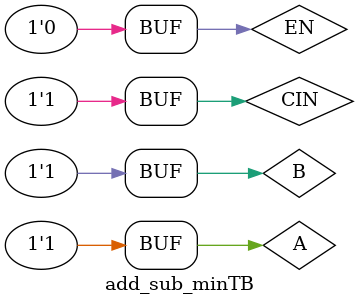
<source format=v>

module add_sub_minTB;

reg		A, B, CIN, EN;
wire	OP1, OP2;


add_sub_min dut(	
		.a(A),
		.b(B),
		.cin(CIN),
		.en(EN),
		.op1(OP1),
		.op2(OP2)
		);


initial 
	begin
// Initializing Inputs
			EN	= 1'bx;	A = 1'b0;	B = 1'b0;	CIN = 1'b0;

	// Addition Operation
	#100	EN	= 1'b1;	A = 1'b0;	B = 1'b0;	CIN = 1'b0;
	#100	EN	= 1'b1;	A = 1'b0;	B = 1'b0;	CIN = 1'b1;
	#100	EN	= 1'b1;	A = 1'b0;	B = 1'b1;	CIN = 1'b0;
	#100	EN	= 1'b1;	A = 1'b0;	B = 1'b1;	CIN = 1'b1;
	#100	EN	= 1'b1;	A = 1'b1;	B = 1'b0;	CIN = 1'b0;
	#100	EN	= 1'b1;	A = 1'b1;	B = 1'b0;	CIN = 1'b1;
	#100	EN	= 1'b1;	A = 1'b0;	B = 1'b1;	CIN = 1'b0;
	#100	EN	= 1'b1;	A = 1'b1;	B = 1'b1;	CIN = 1'b1;
	
	// Subtraction Operation
	#100	EN	= 1'b0;	A = 1'b0;	B = 1'b0;	CIN = 1'b0;
	#100	EN	= 1'b0;	A = 1'b0;	B = 1'b0;	CIN = 1'b1;
	#100	EN	= 1'b0;	A = 1'b0;	B = 1'b1;	CIN = 1'b0;
	#100	EN	= 1'b0;	A = 1'b0;	B = 1'b1;	CIN = 1'b1;
	#100	EN	= 1'b0;	A = 1'b1;	B = 1'b0;	CIN = 1'b0;
	#100	EN	= 1'b0;	A = 1'b1;	B = 1'b0;	CIN = 1'b1;
	#100	EN	= 1'b0;	A = 1'b1;	B = 1'b0;	CIN = 1'b0;
	#100	EN	= 1'b0;	A = 1'b1;	B = 1'b1;	CIN = 1'b1;
	
	end
	
endmodule




</source>
